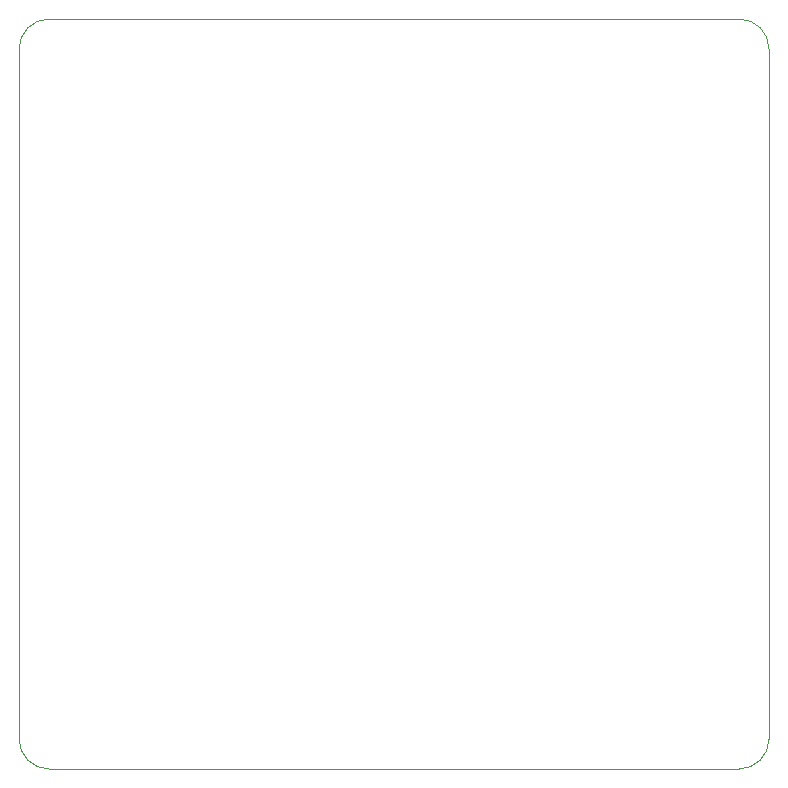
<source format=gbr>
G04 #@! TF.GenerationSoftware,KiCad,Pcbnew,5.1.7-a382d34a8~88~ubuntu18.04.1*
G04 #@! TF.CreationDate,2021-08-02T14:04:30-07:00*
G04 #@! TF.ProjectId,tumbler_gen3,74756d62-6c65-4725-9f67-656e332e6b69,V1.7*
G04 #@! TF.SameCoordinates,Original*
G04 #@! TF.FileFunction,Profile,NP*
%FSLAX46Y46*%
G04 Gerber Fmt 4.6, Leading zero omitted, Abs format (unit mm)*
G04 Created by KiCad (PCBNEW 5.1.7-a382d34a8~88~ubuntu18.04.1) date 2021-08-02 14:04:30*
%MOMM*%
%LPD*%
G01*
G04 APERTURE LIST*
G04 #@! TA.AperFunction,Profile*
%ADD10C,0.050000*%
G04 #@! TD*
G04 APERTURE END LIST*
D10*
X186182000Y-167640000D02*
X244602000Y-167640000D01*
X244602000Y-104140000D02*
G75*
G02*
X247142000Y-106680000I0J-2540000D01*
G01*
X186182000Y-167640000D02*
G75*
G02*
X183642000Y-165100000I0J2540000D01*
G01*
X247142000Y-165100000D02*
G75*
G02*
X244602000Y-167640000I-2540000J0D01*
G01*
X183642000Y-106680000D02*
G75*
G02*
X186182000Y-104140000I2540000J0D01*
G01*
X183642000Y-106680000D02*
X183642000Y-165100000D01*
X244602000Y-104140000D02*
X186182000Y-104140000D01*
X247142000Y-165100000D02*
X247142000Y-106680000D01*
M02*

</source>
